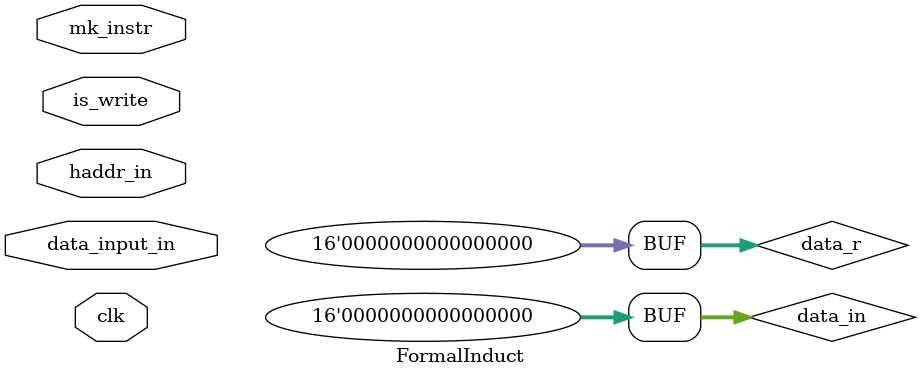
<source format=v>


`define CTR_WIDTH 6
`define CYCLE_CNT 64

`define IDLE  2'b00
`define WRITE 2'b01
`define READ  2'b10
`define REFR  2'b11

module FormalInduct (
  input clk,
  input [23:0] haddr_in,
  input [15:0] data_input_in,
  
  input mk_instr,
  input is_write
);

sdram_controller sdram_controlleri (
    /* HOST INTERFACE */
    .wr_addr(haddr), 
    .wr_data(data_input),
    .rd_data(data_output),
    .busy(busy), .rd_enable(rd_enable), .wr_enable(wr_enable), .rst_n(rst_n), .clk(clk),

    /* SDRAM SIDE */
    .addr(addr), .bank_addr(bank_addr), 
    // .data(data), 
    .data_in(data_in), .data_out(data_out),
    .clock_enable(clock_enable), .cs_n(cs_n), .ras_n(ras_n), .cas_n(cas_n), .we_n(we_n), .data_mask_low(data_mask_low), .data_mask_high(data_mask_high),

    /* Verification interface */
    .lft_state(lft_state)
);

  // Verification elements
  wire [4:0] lft_state;

  reg [7:0] glob_ctr;

  /* HOST CONTROLLS */
  // data read/write address
  reg [23:0]  haddr;
  reg [15:0]  data_input;
  wire [15:0] data_output;
  wire busy;
  reg rd_enable, wr_enable, rst_n;

  /* SDRAM SIDE */
  wire [12:0] addr;
  wire [1:0] bank_addr;
  // separate inout to input and output
  // wire [15:0] data; 
  wire [15:0] data_in;  // input to the controller
  wire [15:0] data_out; // output from the controller
  wire clock_enable, cs_n, ras_n, cas_n, we_n, data_mask_low, data_mask_high;

  reg [15:0] data_r;

  assign data_in = data_r;

  `define PIPELINE_DEPTH 32
  
  reg [`CTR_WIDTH-1:0] counter;
  reg init;

  reg [3:0] progress_counter;
  reg [1:0] instr_U;
  reg       in_use_P;
  reg       in_use;
  reg [`PIPELINE_DEPTH-1:0]   events;

  `define WRITE_STG_LOW 24
  `define WRITE_STG_HIGH 27

  `define READ_STG_LOW 16
  `define READ_STG_HIGH 20

  `define REFRESH_STG_LOW 1
  `define REFRESH_STG_HIGH 4

  wire [`WRITE_STG_HIGH-`WRITE_STG_LOW-1:0] pipe_write_bad;
  wire [`READ_STG_HIGH-`READ_STG_LOW-1:0] pipe_read_bad;
  wire [`READ_STG_HIGH-`READ_STG_LOW-1:0] interrupt_read_bad;
  wire [`WRITE_STG_HIGH-`WRITE_STG_LOW-1:0] interrupt_write_bad;
  wire in_refresh;
  wire done;
  wire bad;
  wire active;

  genvar i1;
  // WRITE pipeline axiom
  for (i1 = `WRITE_STG_LOW; i1 < `WRITE_STG_HIGH; i1 = i1+1) begin
      assign pipe_write_bad[i1-`WRITE_STG_LOW] = in_use && instr_U == `WRITE && 
        (|events[`WRITE_STG_HIGH:(i1+1)]) && !(events[i1]);
  end

  genvar i2;
  // READ pipeline axiom
  for (i2 = `READ_STG_LOW; i2 < `READ_STG_HIGH; i2 = i2+1) begin
      assign pipe_read_bad[i2-`READ_STG_LOW] = in_use && instr_U == `READ && 
        (|events[`READ_STG_HIGH:(i2+1)]) && !(events[i2]);
  end

  genvar i3;
  // WRITE interrupt axiom
  for (i3 = `WRITE_STG_LOW+1; i3 < `WRITE_STG_HIGH+1; i3 = i3+1) begin
      assign interrupt_write_bad[i3-`WRITE_STG_LOW-1] = in_use && instr_U == `WRITE && 
        (events[`WRITE_STG_LOW]) && !(events[i3]) && in_refresh;
  end

  genvar i4;
  // READ interrupt axiom
  for (i4 = `READ_STG_LOW+1; i4 < `READ_STG_HIGH+1; i4 = i4+1) begin
      assign interrupt_read_bad[i4-`READ_STG_LOW-1] = in_use && instr_U == `READ && 
        (events[`READ_STG_LOW]) && !(events[i4]) && in_refresh;
  end

  // Peeked signals from design to transition on
  assign in_refresh = |events[`REFRESH_STG_HIGH:`REFRESH_STG_LOW];
  assign done = in_use && (
        (instr_U == `WRITE && &events[`WRITE_STG_HIGH:`WRITE_STG_LOW])
    ||  (instr_U == `READ && &events[`READ_STG_HIGH:`READ_STG_LOW]) 
    ||  (events[`REFRESH_STG_HIGH])
  );
  assign active = in_use_P || in_use || busy;

  // BAD STATE: should not reach
  assign bad = (|interrupt_read_bad) || (|interrupt_write_bad);

  // module setup
  initial begin
    rst_n = 1'b1;
    
    counter = `CTR_WIDTH'b0;
    glob_ctr = 8'd1;
    init = 1'b1;

    haddr = 24'd0;
    data_input = 16'd0;
    rd_enable = 1'b0;
    wr_enable = 1'b0;
    // data_r = 16'hzzzz;
    data_r = 16'd0;

    progress_counter = 4'd0;
    instr_U = 2'd0;
    in_use = 1'b0;
    events = 32'b0;
  end

  // Initialization
  always @(posedge clk) begin
    counter <= counter + `CTR_WIDTH'b1;
    glob_ctr <= glob_ctr + 8'b1;
    if (counter < 2 && init) begin
      rst_n <= 1'b0;
    end else begin
      rst_n <= 1'b1;
    end
    if (counter == (`CYCLE_CNT-1)) begin
      init <= 0;
    end
    in_use_P <= in_use;
  end

  // Main run of the machine
  always @(posedge clk) begin
    if (!init && !busy && mk_instr && !in_use) begin
      haddr <= haddr_in;
      data_input <= data_input_in;
      instr_U <= is_write ? `WRITE : `READ;
      in_use <= 1;
      progress_counter <= 1;
    end else if (in_use) begin
      /**
        * Post done signal
        */
      if (done) begin
        progress_counter <= 0;
        in_use <= 0;
        instr_U <= `IDLE;
        wr_enable <= 1'b0;
        rd_enable <= 1'b0;
        haddr <= 24'd0;
        data_input <= 16'd0;
        // reset the event tracker
        events <= 32'd0;
      end else begin
        progress_counter <= progress_counter + 1;
        events[lft_state] <= 1'b1;
        // Set the enable signal
        case (instr_U)
          `WRITE  : begin
            if (progress_counter == 2)
              wr_enable <= 1'b1;
            else if (progress_counter == 8) begin
              wr_enable <= 1'b0;
              haddr <= 24'd0;
              data_input <= 16'd0;
            end
          end
          `READ   : begin
            if (progress_counter == 2)
              rd_enable <= 1'b1;
            else if (progress_counter == 10) begin
              rd_enable <= 1'b0;
              haddr <= 24'd0;
              data_input <= 16'd0;
            end              
          end
        endcase
      end
    end
  end

`ifdef FORMAL
  always @(posedge clk) begin
    assert(!bad);
    assert(init || rst_n);
  end
`endif

endmodule
</source>
